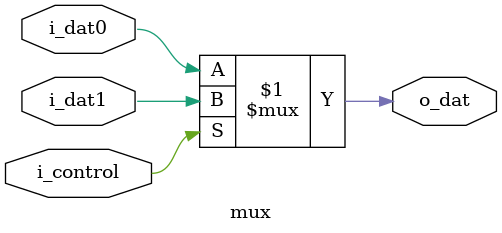
<source format=v>
module mux(i_dat0, i_dat1, i_control, o_dat);

input i_dat0, i_dat1, i_control;

output o_dat;
  
assign o_dat = i_control ? i_dat1 : i_dat0;
  
endmodule
</source>
